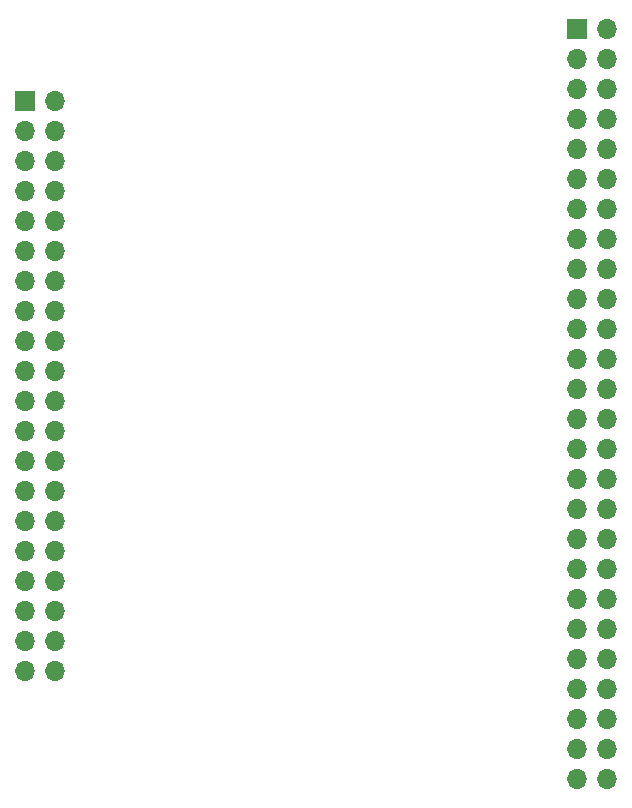
<source format=gbr>
%TF.GenerationSoftware,KiCad,Pcbnew,8.0.0*%
%TF.CreationDate,2024-03-12T09:44:14+01:00*%
%TF.ProjectId,lora,6c6f7261-2e6b-4696-9361-645f70636258,rev?*%
%TF.SameCoordinates,Original*%
%TF.FileFunction,Soldermask,Top*%
%TF.FilePolarity,Negative*%
%FSLAX46Y46*%
G04 Gerber Fmt 4.6, Leading zero omitted, Abs format (unit mm)*
G04 Created by KiCad (PCBNEW 8.0.0) date 2024-03-12 09:44:14*
%MOMM*%
%LPD*%
G01*
G04 APERTURE LIST*
%ADD10O,1.700000X1.700000*%
%ADD11R,1.700000X1.700000*%
G04 APERTURE END LIST*
D10*
%TO.C,U2*%
X89000000Y-93040000D03*
X86460000Y-93040000D03*
X89000000Y-90500000D03*
X86460000Y-90500000D03*
X89000000Y-87960000D03*
X86460000Y-87960000D03*
X89000000Y-85420000D03*
X86460000Y-85420000D03*
X89000000Y-82880000D03*
X86460000Y-82880000D03*
X89000000Y-80340000D03*
X86460000Y-80340000D03*
X89000000Y-77800000D03*
X86460000Y-77800000D03*
X89000000Y-75260000D03*
X86460000Y-75260000D03*
X89000000Y-72720000D03*
X86460000Y-72720000D03*
X89000000Y-70180000D03*
X86460000Y-70180000D03*
X89000000Y-67640000D03*
X86460000Y-67640000D03*
X89000000Y-65100000D03*
X86460000Y-65100000D03*
X89000000Y-62560000D03*
X86460000Y-62560000D03*
X89000000Y-60020000D03*
X86460000Y-60020000D03*
X89000000Y-57480000D03*
X86460000Y-57480000D03*
X89000000Y-54940000D03*
X86460000Y-54940000D03*
X89000000Y-52400000D03*
X86460000Y-52400000D03*
X89000000Y-49860000D03*
X86460000Y-49860000D03*
X89000000Y-47320000D03*
X86460000Y-47320000D03*
X89000000Y-44780000D03*
D11*
X86460000Y-44780000D03*
%TD*%
%TO.C,U1*%
X133160000Y-38700000D03*
D10*
X135700000Y-38700000D03*
X133160000Y-41240000D03*
X135700000Y-41240000D03*
X133160000Y-43780000D03*
X135700000Y-43780000D03*
X133160000Y-46320000D03*
X135700000Y-46320000D03*
X133160000Y-48860000D03*
X135700000Y-48860000D03*
X133160000Y-51400000D03*
X135700000Y-51400000D03*
X133160000Y-53940000D03*
X135700000Y-53940000D03*
X133160000Y-56480000D03*
X135700000Y-56480000D03*
X133160000Y-59020000D03*
X135700000Y-59020000D03*
X133160000Y-61560000D03*
X135700000Y-61560000D03*
X133160000Y-64100000D03*
X135700000Y-64100000D03*
X133160000Y-66640000D03*
X135700000Y-66640000D03*
X133160000Y-69180000D03*
X135700000Y-69180000D03*
X133160000Y-71720000D03*
X135700000Y-71720000D03*
X133160000Y-74260000D03*
X135700000Y-74260000D03*
X133160000Y-76800000D03*
X135700000Y-76800000D03*
X133160000Y-79340000D03*
X135700000Y-79340000D03*
X133160000Y-81880000D03*
X135700000Y-81880000D03*
X133160000Y-84420000D03*
X135700000Y-84420000D03*
X133160000Y-86960000D03*
X135700000Y-86960000D03*
X133160000Y-89500000D03*
X135700000Y-89500000D03*
X133160000Y-92040000D03*
X135700000Y-92040000D03*
X133160000Y-94580000D03*
X135700000Y-94580000D03*
X133160000Y-97120000D03*
X135700000Y-97120000D03*
X133160000Y-99660000D03*
X135700000Y-99660000D03*
X133160000Y-102200000D03*
X135700000Y-102200000D03*
%TD*%
M02*

</source>
